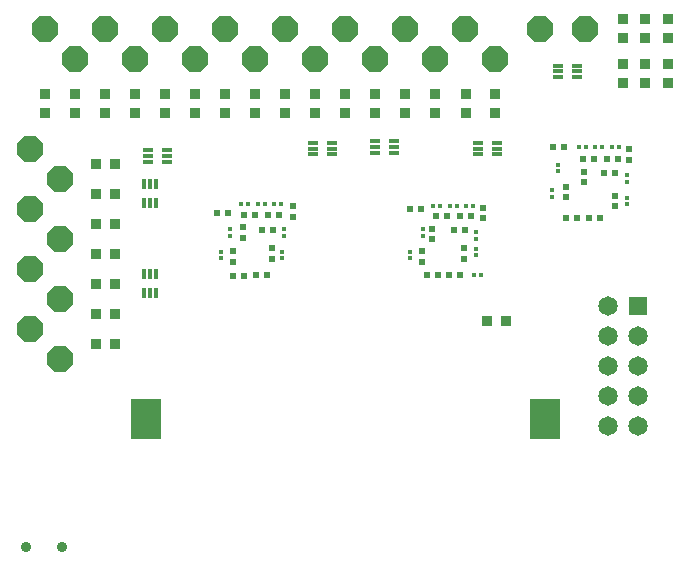
<source format=gbr>
G04 EAGLE Gerber RS-274X export*
G75*
%MOMM*%
%FSLAX34Y34*%
%LPD*%
%INSoldermask Bottom*%
%IPPOS*%
%AMOC8*
5,1,8,0,0,1.08239X$1,22.5*%
G01*
%ADD10R,0.600000X0.620000*%
%ADD11R,0.365000X0.330000*%
%ADD12R,0.620000X0.600000*%
%ADD13R,0.330000X0.365000*%
%ADD14P,2.336880X8X22.500000*%
%ADD15R,0.300000X0.914400*%
%ADD16R,0.300000X0.904000*%
%ADD17R,0.914400X0.300000*%
%ADD18R,0.904000X0.300000*%
%ADD19R,1.650000X1.650000*%
%ADD20C,1.650000*%
%ADD21R,0.950000X0.900000*%
%ADD22R,0.900000X0.950000*%
%ADD23C,0.900000*%
%ADD24R,2.600000X3.500000*%


D10*
X-119860Y420370D03*
X-129060Y420370D03*
D11*
X-195860Y312420D03*
X-190220Y312420D03*
D10*
X-103660Y410210D03*
X-94460Y410210D03*
X-235740Y312420D03*
X-226540Y312420D03*
X-399570Y311150D03*
X-390370Y311150D03*
X-108430Y360680D03*
X-117630Y360680D03*
D12*
X-187960Y369090D03*
X-187960Y359890D03*
X-102870Y390370D03*
X-102870Y399570D03*
D10*
X-85880Y398780D03*
X-76680Y398780D03*
D12*
X-349250Y370360D03*
X-349250Y361160D03*
D10*
X-83340Y410210D03*
X-74140Y410210D03*
D12*
X-118110Y386870D03*
X-118110Y377670D03*
X-231140Y342110D03*
X-231140Y351310D03*
D10*
X-207800Y361950D03*
X-198600Y361950D03*
X-240510Y368300D03*
X-249710Y368300D03*
D12*
X-204470Y325600D03*
X-204470Y334800D03*
D10*
X-228120Y361950D03*
X-218920Y361950D03*
D12*
X-240030Y332260D03*
X-240030Y323060D03*
D10*
X-212880Y350520D03*
X-203680Y350520D03*
X-370360Y363220D03*
X-361160Y363220D03*
X-404340Y364490D03*
X-413540Y364490D03*
X-390680Y363220D03*
X-381480Y363220D03*
D12*
X-367030Y325600D03*
X-367030Y334800D03*
X-391160Y343380D03*
X-391160Y352580D03*
D10*
X-98580Y360680D03*
X-89380Y360680D03*
X-375440Y350520D03*
X-366240Y350520D03*
D12*
X-400050Y332260D03*
X-400050Y323060D03*
D10*
X-216690Y312420D03*
X-207490Y312420D03*
D13*
X-250190Y331750D03*
X-250190Y326110D03*
D11*
X-92990Y420370D03*
X-87350Y420370D03*
X-106960Y420370D03*
X-101320Y420370D03*
D13*
X-402590Y345160D03*
X-402590Y350800D03*
D11*
X-79020Y420370D03*
X-73380Y420370D03*
D13*
X-66040Y390880D03*
X-66040Y396520D03*
D12*
X-64770Y418620D03*
X-64770Y409420D03*
D13*
X-129540Y383820D03*
X-129540Y378180D03*
X-194310Y328650D03*
X-194310Y334290D03*
X-238760Y345160D03*
X-238760Y350800D03*
X-194310Y342620D03*
X-194310Y348260D03*
D11*
X-216180Y370840D03*
X-210540Y370840D03*
X-202210Y370840D03*
X-196570Y370840D03*
X-230150Y370840D03*
X-224510Y370840D03*
D13*
X-124460Y399770D03*
X-124460Y405410D03*
D12*
X-76200Y370050D03*
X-76200Y379250D03*
D13*
X-66040Y371830D03*
X-66040Y377470D03*
X-356870Y345160D03*
X-356870Y350800D03*
X-410210Y331750D03*
X-410210Y326110D03*
D11*
X-364770Y372110D03*
X-359130Y372110D03*
X-378740Y372110D03*
X-373100Y372110D03*
X-392710Y372110D03*
X-387070Y372110D03*
D13*
X-358140Y326110D03*
X-358140Y331750D03*
D10*
X-380520Y312420D03*
X-371320Y312420D03*
D14*
X-177800Y495300D03*
X-203200Y520700D03*
X-431800Y495300D03*
X-457200Y520700D03*
X-482600Y495300D03*
X-508000Y520700D03*
X-533400Y495300D03*
X-558800Y520700D03*
X-571500Y419100D03*
X-546100Y393700D03*
X-571500Y368300D03*
X-546100Y342900D03*
X-228600Y495300D03*
X-571500Y317500D03*
X-546100Y292100D03*
X-571500Y266700D03*
X-546100Y241300D03*
X-254000Y520700D03*
X-279400Y495300D03*
X-304800Y520700D03*
X-330200Y495300D03*
X-355600Y520700D03*
X-381000Y495300D03*
X-406400Y520700D03*
D15*
X-464900Y373020D03*
D16*
X-469900Y373020D03*
X-474900Y373020D03*
X-474900Y388980D03*
X-469900Y388980D03*
X-464900Y388980D03*
D15*
X-464900Y296820D03*
D16*
X-469900Y296820D03*
X-474900Y296820D03*
X-474900Y312780D03*
X-469900Y312780D03*
X-464900Y312780D03*
D17*
X-192130Y414100D03*
D18*
X-192130Y419100D03*
X-192130Y424100D03*
X-176170Y424100D03*
X-176170Y419100D03*
X-176170Y414100D03*
D17*
X-279760Y415370D03*
D18*
X-279760Y420370D03*
X-279760Y425370D03*
X-263800Y425370D03*
X-263800Y420370D03*
X-263800Y415370D03*
D17*
X-331830Y414100D03*
D18*
X-331830Y419100D03*
X-331830Y424100D03*
X-315870Y424100D03*
X-315870Y419100D03*
X-315870Y414100D03*
D17*
X-471530Y407750D03*
D18*
X-471530Y412750D03*
X-471530Y417750D03*
X-455570Y417750D03*
X-455570Y412750D03*
X-455570Y407750D03*
D19*
X-57150Y285750D03*
D20*
X-82550Y285750D03*
X-57150Y260350D03*
X-82550Y260350D03*
X-57150Y234950D03*
X-82550Y234950D03*
X-57150Y209550D03*
X-82550Y209550D03*
X-57150Y184150D03*
X-82550Y184150D03*
D21*
X-508000Y465200D03*
X-508000Y449200D03*
X-533400Y465200D03*
X-533400Y449200D03*
X-482600Y465200D03*
X-482600Y449200D03*
X-457200Y465200D03*
X-457200Y449200D03*
X-431800Y465200D03*
X-431800Y449200D03*
X-406400Y465200D03*
X-406400Y449200D03*
X-381000Y465200D03*
X-381000Y449200D03*
X-355600Y465200D03*
X-355600Y449200D03*
X-330200Y449200D03*
X-330200Y465200D03*
X-304800Y465200D03*
X-304800Y449200D03*
X-279400Y465200D03*
X-279400Y449200D03*
D22*
X-516000Y254000D03*
X-500000Y254000D03*
D21*
X-254000Y465200D03*
X-254000Y449200D03*
X-228600Y465200D03*
X-228600Y449200D03*
X-202946Y465454D03*
X-202946Y449454D03*
X-177800Y465200D03*
X-177800Y449200D03*
D22*
X-516000Y279400D03*
X-500000Y279400D03*
X-516000Y304800D03*
X-500000Y304800D03*
X-516000Y330200D03*
X-500000Y330200D03*
D21*
X-50800Y512700D03*
X-50800Y528700D03*
X-50800Y490600D03*
X-50800Y474600D03*
D22*
X-168530Y273050D03*
X-184530Y273050D03*
D21*
X-31750Y512700D03*
X-31750Y528700D03*
X-31750Y490600D03*
X-31750Y474600D03*
D22*
X-516000Y355600D03*
X-500000Y355600D03*
D21*
X-69850Y490600D03*
X-69850Y474600D03*
X-69850Y512700D03*
X-69850Y528700D03*
D22*
X-516000Y381000D03*
X-500000Y381000D03*
X-516000Y406400D03*
X-500000Y406400D03*
D21*
X-558800Y465200D03*
X-558800Y449200D03*
D14*
X-139700Y520700D03*
D23*
X-574950Y81560D03*
X-544950Y81560D03*
D14*
X-101600Y520700D03*
D24*
X-135292Y189992D03*
X-473292Y189992D03*
D17*
X-108860Y489378D03*
D18*
X-108860Y484378D03*
X-108860Y479378D03*
X-124820Y479378D03*
X-124820Y484378D03*
X-124820Y489378D03*
M02*

</source>
